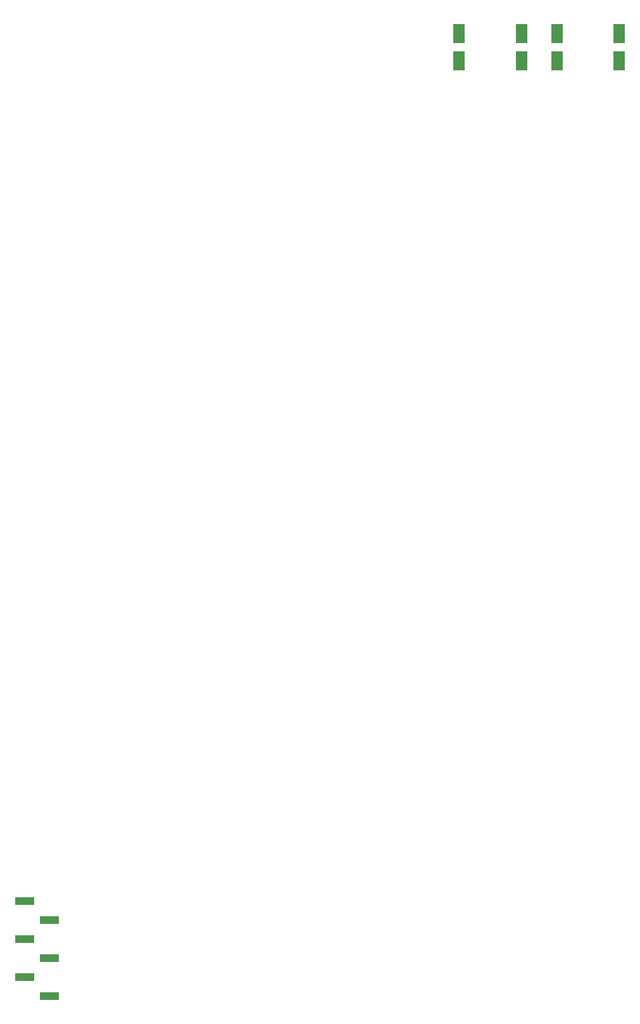
<source format=gbr>
G04 #@! TF.FileFunction,Paste,Bot*
%FSLAX46Y46*%
G04 Gerber Fmt 4.6, Leading zero omitted, Abs format (unit mm)*
G04 Created by KiCad (PCBNEW 4.0.7) date 04/23/18 15:57:54*
%MOMM*%
%LPD*%
G01*
G04 APERTURE LIST*
%ADD10C,0.100000*%
%ADD11R,1.600000X2.600000*%
%ADD12R,2.510000X1.000000*%
G04 APERTURE END LIST*
D10*
D11*
X114700000Y-43750000D03*
X114700000Y-47350000D03*
X106400000Y-43750000D03*
X106400000Y-47350000D03*
X101650000Y-43750000D03*
X101650000Y-47350000D03*
X93300000Y-43750000D03*
X93300000Y-47350000D03*
D12*
X35195000Y-169760000D03*
X35195000Y-164680000D03*
X35195000Y-159600000D03*
X38505000Y-172300000D03*
X38505000Y-167220000D03*
X38505000Y-162140000D03*
M02*

</source>
